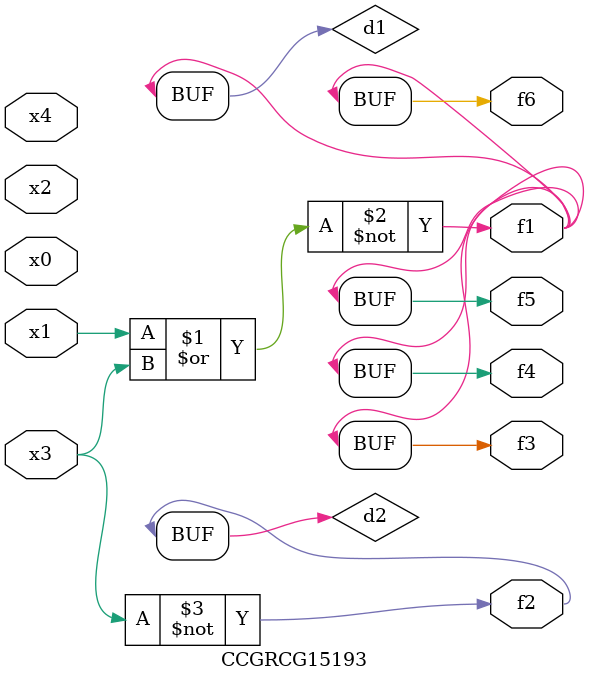
<source format=v>
module CCGRCG15193(
	input x0, x1, x2, x3, x4,
	output f1, f2, f3, f4, f5, f6
);

	wire d1, d2;

	nor (d1, x1, x3);
	not (d2, x3);
	assign f1 = d1;
	assign f2 = d2;
	assign f3 = d1;
	assign f4 = d1;
	assign f5 = d1;
	assign f6 = d1;
endmodule

</source>
